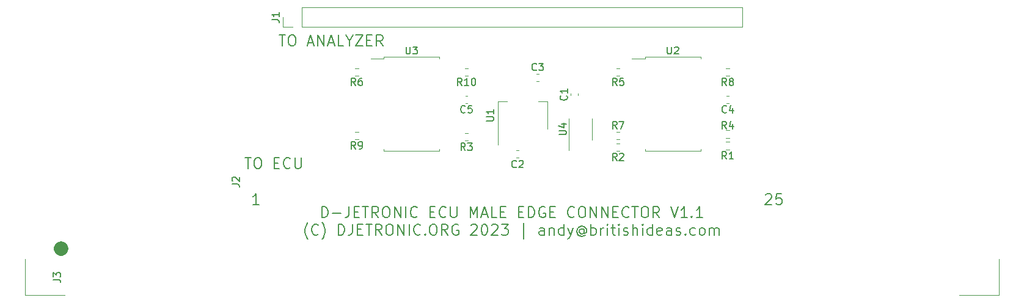
<source format=gbr>
%TF.GenerationSoftware,KiCad,Pcbnew,(6.0.7)*%
%TF.CreationDate,2023-11-11T13:33:03-06:00*%
%TF.ProjectId,Male ECU Connector,4d616c65-2045-4435-9520-436f6e6e6563,rev?*%
%TF.SameCoordinates,Original*%
%TF.FileFunction,Legend,Top*%
%TF.FilePolarity,Positive*%
%FSLAX46Y46*%
G04 Gerber Fmt 4.6, Leading zero omitted, Abs format (unit mm)*
G04 Created by KiCad (PCBNEW (6.0.7)) date 2023-11-11 13:33:03*
%MOMM*%
%LPD*%
G01*
G04 APERTURE LIST*
%ADD10C,0.200000*%
%ADD11C,0.150000*%
%ADD12C,0.120000*%
%ADD13C,2.000000*%
G04 APERTURE END LIST*
D10*
X112500000Y-90678571D02*
X113357142Y-90678571D01*
X112928571Y-92178571D02*
X112928571Y-90678571D01*
X114142857Y-90678571D02*
X114428571Y-90678571D01*
X114571428Y-90750000D01*
X114714285Y-90892857D01*
X114785714Y-91178571D01*
X114785714Y-91678571D01*
X114714285Y-91964285D01*
X114571428Y-92107142D01*
X114428571Y-92178571D01*
X114142857Y-92178571D01*
X114000000Y-92107142D01*
X113857142Y-91964285D01*
X113785714Y-91678571D01*
X113785714Y-91178571D01*
X113857142Y-90892857D01*
X114000000Y-90750000D01*
X114142857Y-90678571D01*
X116571428Y-91392857D02*
X117071428Y-91392857D01*
X117285714Y-92178571D02*
X116571428Y-92178571D01*
X116571428Y-90678571D01*
X117285714Y-90678571D01*
X118785714Y-92035714D02*
X118714285Y-92107142D01*
X118500000Y-92178571D01*
X118357142Y-92178571D01*
X118142857Y-92107142D01*
X118000000Y-91964285D01*
X117928571Y-91821428D01*
X117857142Y-91535714D01*
X117857142Y-91321428D01*
X117928571Y-91035714D01*
X118000000Y-90892857D01*
X118142857Y-90750000D01*
X118357142Y-90678571D01*
X118500000Y-90678571D01*
X118714285Y-90750000D01*
X118785714Y-90821428D01*
X119428571Y-90678571D02*
X119428571Y-91892857D01*
X119500000Y-92035714D01*
X119571428Y-92107142D01*
X119714285Y-92178571D01*
X120000000Y-92178571D01*
X120142857Y-92107142D01*
X120214285Y-92035714D01*
X120285714Y-91892857D01*
X120285714Y-90678571D01*
X123142857Y-98971071D02*
X123142857Y-97471071D01*
X123500000Y-97471071D01*
X123714285Y-97542500D01*
X123857142Y-97685357D01*
X123928571Y-97828214D01*
X124000000Y-98113928D01*
X124000000Y-98328214D01*
X123928571Y-98613928D01*
X123857142Y-98756785D01*
X123714285Y-98899642D01*
X123500000Y-98971071D01*
X123142857Y-98971071D01*
X124642857Y-98399642D02*
X125785714Y-98399642D01*
X126928571Y-97471071D02*
X126928571Y-98542500D01*
X126857142Y-98756785D01*
X126714285Y-98899642D01*
X126500000Y-98971071D01*
X126357142Y-98971071D01*
X127642857Y-98185357D02*
X128142857Y-98185357D01*
X128357142Y-98971071D02*
X127642857Y-98971071D01*
X127642857Y-97471071D01*
X128357142Y-97471071D01*
X128785714Y-97471071D02*
X129642857Y-97471071D01*
X129214285Y-98971071D02*
X129214285Y-97471071D01*
X131000000Y-98971071D02*
X130500000Y-98256785D01*
X130142857Y-98971071D02*
X130142857Y-97471071D01*
X130714285Y-97471071D01*
X130857142Y-97542500D01*
X130928571Y-97613928D01*
X131000000Y-97756785D01*
X131000000Y-97971071D01*
X130928571Y-98113928D01*
X130857142Y-98185357D01*
X130714285Y-98256785D01*
X130142857Y-98256785D01*
X131928571Y-97471071D02*
X132214285Y-97471071D01*
X132357142Y-97542500D01*
X132500000Y-97685357D01*
X132571428Y-97971071D01*
X132571428Y-98471071D01*
X132500000Y-98756785D01*
X132357142Y-98899642D01*
X132214285Y-98971071D01*
X131928571Y-98971071D01*
X131785714Y-98899642D01*
X131642857Y-98756785D01*
X131571428Y-98471071D01*
X131571428Y-97971071D01*
X131642857Y-97685357D01*
X131785714Y-97542500D01*
X131928571Y-97471071D01*
X133214285Y-98971071D02*
X133214285Y-97471071D01*
X134071428Y-98971071D01*
X134071428Y-97471071D01*
X134785714Y-98971071D02*
X134785714Y-97471071D01*
X136357142Y-98828214D02*
X136285714Y-98899642D01*
X136071428Y-98971071D01*
X135928571Y-98971071D01*
X135714285Y-98899642D01*
X135571428Y-98756785D01*
X135500000Y-98613928D01*
X135428571Y-98328214D01*
X135428571Y-98113928D01*
X135500000Y-97828214D01*
X135571428Y-97685357D01*
X135714285Y-97542500D01*
X135928571Y-97471071D01*
X136071428Y-97471071D01*
X136285714Y-97542500D01*
X136357142Y-97613928D01*
X138142857Y-98185357D02*
X138642857Y-98185357D01*
X138857142Y-98971071D02*
X138142857Y-98971071D01*
X138142857Y-97471071D01*
X138857142Y-97471071D01*
X140357142Y-98828214D02*
X140285714Y-98899642D01*
X140071428Y-98971071D01*
X139928571Y-98971071D01*
X139714285Y-98899642D01*
X139571428Y-98756785D01*
X139500000Y-98613928D01*
X139428571Y-98328214D01*
X139428571Y-98113928D01*
X139500000Y-97828214D01*
X139571428Y-97685357D01*
X139714285Y-97542500D01*
X139928571Y-97471071D01*
X140071428Y-97471071D01*
X140285714Y-97542500D01*
X140357142Y-97613928D01*
X141000000Y-97471071D02*
X141000000Y-98685357D01*
X141071428Y-98828214D01*
X141142857Y-98899642D01*
X141285714Y-98971071D01*
X141571428Y-98971071D01*
X141714285Y-98899642D01*
X141785714Y-98828214D01*
X141857142Y-98685357D01*
X141857142Y-97471071D01*
X143714285Y-98971071D02*
X143714285Y-97471071D01*
X144214285Y-98542500D01*
X144714285Y-97471071D01*
X144714285Y-98971071D01*
X145357142Y-98542500D02*
X146071428Y-98542500D01*
X145214285Y-98971071D02*
X145714285Y-97471071D01*
X146214285Y-98971071D01*
X147428571Y-98971071D02*
X146714285Y-98971071D01*
X146714285Y-97471071D01*
X147928571Y-98185357D02*
X148428571Y-98185357D01*
X148642857Y-98971071D02*
X147928571Y-98971071D01*
X147928571Y-97471071D01*
X148642857Y-97471071D01*
X150428571Y-98185357D02*
X150928571Y-98185357D01*
X151142857Y-98971071D02*
X150428571Y-98971071D01*
X150428571Y-97471071D01*
X151142857Y-97471071D01*
X151785714Y-98971071D02*
X151785714Y-97471071D01*
X152142857Y-97471071D01*
X152357142Y-97542500D01*
X152500000Y-97685357D01*
X152571428Y-97828214D01*
X152642857Y-98113928D01*
X152642857Y-98328214D01*
X152571428Y-98613928D01*
X152500000Y-98756785D01*
X152357142Y-98899642D01*
X152142857Y-98971071D01*
X151785714Y-98971071D01*
X154071428Y-97542500D02*
X153928571Y-97471071D01*
X153714285Y-97471071D01*
X153500000Y-97542500D01*
X153357142Y-97685357D01*
X153285714Y-97828214D01*
X153214285Y-98113928D01*
X153214285Y-98328214D01*
X153285714Y-98613928D01*
X153357142Y-98756785D01*
X153500000Y-98899642D01*
X153714285Y-98971071D01*
X153857142Y-98971071D01*
X154071428Y-98899642D01*
X154142857Y-98828214D01*
X154142857Y-98328214D01*
X153857142Y-98328214D01*
X154785714Y-98185357D02*
X155285714Y-98185357D01*
X155500000Y-98971071D02*
X154785714Y-98971071D01*
X154785714Y-97471071D01*
X155500000Y-97471071D01*
X158142857Y-98828214D02*
X158071428Y-98899642D01*
X157857142Y-98971071D01*
X157714285Y-98971071D01*
X157500000Y-98899642D01*
X157357142Y-98756785D01*
X157285714Y-98613928D01*
X157214285Y-98328214D01*
X157214285Y-98113928D01*
X157285714Y-97828214D01*
X157357142Y-97685357D01*
X157500000Y-97542500D01*
X157714285Y-97471071D01*
X157857142Y-97471071D01*
X158071428Y-97542500D01*
X158142857Y-97613928D01*
X159071428Y-97471071D02*
X159357142Y-97471071D01*
X159500000Y-97542500D01*
X159642857Y-97685357D01*
X159714285Y-97971071D01*
X159714285Y-98471071D01*
X159642857Y-98756785D01*
X159500000Y-98899642D01*
X159357142Y-98971071D01*
X159071428Y-98971071D01*
X158928571Y-98899642D01*
X158785714Y-98756785D01*
X158714285Y-98471071D01*
X158714285Y-97971071D01*
X158785714Y-97685357D01*
X158928571Y-97542500D01*
X159071428Y-97471071D01*
X160357142Y-98971071D02*
X160357142Y-97471071D01*
X161214285Y-98971071D01*
X161214285Y-97471071D01*
X161928571Y-98971071D02*
X161928571Y-97471071D01*
X162785714Y-98971071D01*
X162785714Y-97471071D01*
X163500000Y-98185357D02*
X164000000Y-98185357D01*
X164214285Y-98971071D02*
X163500000Y-98971071D01*
X163500000Y-97471071D01*
X164214285Y-97471071D01*
X165714285Y-98828214D02*
X165642857Y-98899642D01*
X165428571Y-98971071D01*
X165285714Y-98971071D01*
X165071428Y-98899642D01*
X164928571Y-98756785D01*
X164857142Y-98613928D01*
X164785714Y-98328214D01*
X164785714Y-98113928D01*
X164857142Y-97828214D01*
X164928571Y-97685357D01*
X165071428Y-97542500D01*
X165285714Y-97471071D01*
X165428571Y-97471071D01*
X165642857Y-97542500D01*
X165714285Y-97613928D01*
X166142857Y-97471071D02*
X167000000Y-97471071D01*
X166571428Y-98971071D02*
X166571428Y-97471071D01*
X167785714Y-97471071D02*
X168071428Y-97471071D01*
X168214285Y-97542500D01*
X168357142Y-97685357D01*
X168428571Y-97971071D01*
X168428571Y-98471071D01*
X168357142Y-98756785D01*
X168214285Y-98899642D01*
X168071428Y-98971071D01*
X167785714Y-98971071D01*
X167642857Y-98899642D01*
X167500000Y-98756785D01*
X167428571Y-98471071D01*
X167428571Y-97971071D01*
X167500000Y-97685357D01*
X167642857Y-97542500D01*
X167785714Y-97471071D01*
X169928571Y-98971071D02*
X169428571Y-98256785D01*
X169071428Y-98971071D02*
X169071428Y-97471071D01*
X169642857Y-97471071D01*
X169785714Y-97542500D01*
X169857142Y-97613928D01*
X169928571Y-97756785D01*
X169928571Y-97971071D01*
X169857142Y-98113928D01*
X169785714Y-98185357D01*
X169642857Y-98256785D01*
X169071428Y-98256785D01*
X171500000Y-97471071D02*
X172000000Y-98971071D01*
X172500000Y-97471071D01*
X173785714Y-98971071D02*
X172928571Y-98971071D01*
X173357142Y-98971071D02*
X173357142Y-97471071D01*
X173214285Y-97685357D01*
X173071428Y-97828214D01*
X172928571Y-97899642D01*
X174428571Y-98828214D02*
X174500000Y-98899642D01*
X174428571Y-98971071D01*
X174357142Y-98899642D01*
X174428571Y-98828214D01*
X174428571Y-98971071D01*
X175928571Y-98971071D02*
X175071428Y-98971071D01*
X175500000Y-98971071D02*
X175500000Y-97471071D01*
X175357142Y-97685357D01*
X175214285Y-97828214D01*
X175071428Y-97899642D01*
X121250000Y-101957500D02*
X121178571Y-101886071D01*
X121035714Y-101671785D01*
X120964285Y-101528928D01*
X120892857Y-101314642D01*
X120821428Y-100957500D01*
X120821428Y-100671785D01*
X120892857Y-100314642D01*
X120964285Y-100100357D01*
X121035714Y-99957500D01*
X121178571Y-99743214D01*
X121250000Y-99671785D01*
X122678571Y-101243214D02*
X122607142Y-101314642D01*
X122392857Y-101386071D01*
X122250000Y-101386071D01*
X122035714Y-101314642D01*
X121892857Y-101171785D01*
X121821428Y-101028928D01*
X121750000Y-100743214D01*
X121750000Y-100528928D01*
X121821428Y-100243214D01*
X121892857Y-100100357D01*
X122035714Y-99957500D01*
X122250000Y-99886071D01*
X122392857Y-99886071D01*
X122607142Y-99957500D01*
X122678571Y-100028928D01*
X123178571Y-101957500D02*
X123250000Y-101886071D01*
X123392857Y-101671785D01*
X123464285Y-101528928D01*
X123535714Y-101314642D01*
X123607142Y-100957500D01*
X123607142Y-100671785D01*
X123535714Y-100314642D01*
X123464285Y-100100357D01*
X123392857Y-99957500D01*
X123250000Y-99743214D01*
X123178571Y-99671785D01*
X125464285Y-101386071D02*
X125464285Y-99886071D01*
X125821428Y-99886071D01*
X126035714Y-99957500D01*
X126178571Y-100100357D01*
X126250000Y-100243214D01*
X126321428Y-100528928D01*
X126321428Y-100743214D01*
X126250000Y-101028928D01*
X126178571Y-101171785D01*
X126035714Y-101314642D01*
X125821428Y-101386071D01*
X125464285Y-101386071D01*
X127392857Y-99886071D02*
X127392857Y-100957500D01*
X127321428Y-101171785D01*
X127178571Y-101314642D01*
X126964285Y-101386071D01*
X126821428Y-101386071D01*
X128107142Y-100600357D02*
X128607142Y-100600357D01*
X128821428Y-101386071D02*
X128107142Y-101386071D01*
X128107142Y-99886071D01*
X128821428Y-99886071D01*
X129250000Y-99886071D02*
X130107142Y-99886071D01*
X129678571Y-101386071D02*
X129678571Y-99886071D01*
X131464285Y-101386071D02*
X130964285Y-100671785D01*
X130607142Y-101386071D02*
X130607142Y-99886071D01*
X131178571Y-99886071D01*
X131321428Y-99957500D01*
X131392857Y-100028928D01*
X131464285Y-100171785D01*
X131464285Y-100386071D01*
X131392857Y-100528928D01*
X131321428Y-100600357D01*
X131178571Y-100671785D01*
X130607142Y-100671785D01*
X132392857Y-99886071D02*
X132678571Y-99886071D01*
X132821428Y-99957500D01*
X132964285Y-100100357D01*
X133035714Y-100386071D01*
X133035714Y-100886071D01*
X132964285Y-101171785D01*
X132821428Y-101314642D01*
X132678571Y-101386071D01*
X132392857Y-101386071D01*
X132250000Y-101314642D01*
X132107142Y-101171785D01*
X132035714Y-100886071D01*
X132035714Y-100386071D01*
X132107142Y-100100357D01*
X132250000Y-99957500D01*
X132392857Y-99886071D01*
X133678571Y-101386071D02*
X133678571Y-99886071D01*
X134535714Y-101386071D01*
X134535714Y-99886071D01*
X135250000Y-101386071D02*
X135250000Y-99886071D01*
X136821428Y-101243214D02*
X136750000Y-101314642D01*
X136535714Y-101386071D01*
X136392857Y-101386071D01*
X136178571Y-101314642D01*
X136035714Y-101171785D01*
X135964285Y-101028928D01*
X135892857Y-100743214D01*
X135892857Y-100528928D01*
X135964285Y-100243214D01*
X136035714Y-100100357D01*
X136178571Y-99957500D01*
X136392857Y-99886071D01*
X136535714Y-99886071D01*
X136750000Y-99957500D01*
X136821428Y-100028928D01*
X137464285Y-101243214D02*
X137535714Y-101314642D01*
X137464285Y-101386071D01*
X137392857Y-101314642D01*
X137464285Y-101243214D01*
X137464285Y-101386071D01*
X138464285Y-99886071D02*
X138750000Y-99886071D01*
X138892857Y-99957500D01*
X139035714Y-100100357D01*
X139107142Y-100386071D01*
X139107142Y-100886071D01*
X139035714Y-101171785D01*
X138892857Y-101314642D01*
X138750000Y-101386071D01*
X138464285Y-101386071D01*
X138321428Y-101314642D01*
X138178571Y-101171785D01*
X138107142Y-100886071D01*
X138107142Y-100386071D01*
X138178571Y-100100357D01*
X138321428Y-99957500D01*
X138464285Y-99886071D01*
X140607142Y-101386071D02*
X140107142Y-100671785D01*
X139750000Y-101386071D02*
X139750000Y-99886071D01*
X140321428Y-99886071D01*
X140464285Y-99957500D01*
X140535714Y-100028928D01*
X140607142Y-100171785D01*
X140607142Y-100386071D01*
X140535714Y-100528928D01*
X140464285Y-100600357D01*
X140321428Y-100671785D01*
X139750000Y-100671785D01*
X142035714Y-99957500D02*
X141892857Y-99886071D01*
X141678571Y-99886071D01*
X141464285Y-99957500D01*
X141321428Y-100100357D01*
X141250000Y-100243214D01*
X141178571Y-100528928D01*
X141178571Y-100743214D01*
X141250000Y-101028928D01*
X141321428Y-101171785D01*
X141464285Y-101314642D01*
X141678571Y-101386071D01*
X141821428Y-101386071D01*
X142035714Y-101314642D01*
X142107142Y-101243214D01*
X142107142Y-100743214D01*
X141821428Y-100743214D01*
X143821428Y-100028928D02*
X143892857Y-99957500D01*
X144035714Y-99886071D01*
X144392857Y-99886071D01*
X144535714Y-99957500D01*
X144607142Y-100028928D01*
X144678571Y-100171785D01*
X144678571Y-100314642D01*
X144607142Y-100528928D01*
X143750000Y-101386071D01*
X144678571Y-101386071D01*
X145607142Y-99886071D02*
X145750000Y-99886071D01*
X145892857Y-99957500D01*
X145964285Y-100028928D01*
X146035714Y-100171785D01*
X146107142Y-100457500D01*
X146107142Y-100814642D01*
X146035714Y-101100357D01*
X145964285Y-101243214D01*
X145892857Y-101314642D01*
X145750000Y-101386071D01*
X145607142Y-101386071D01*
X145464285Y-101314642D01*
X145392857Y-101243214D01*
X145321428Y-101100357D01*
X145250000Y-100814642D01*
X145250000Y-100457500D01*
X145321428Y-100171785D01*
X145392857Y-100028928D01*
X145464285Y-99957500D01*
X145607142Y-99886071D01*
X146678571Y-100028928D02*
X146750000Y-99957500D01*
X146892857Y-99886071D01*
X147250000Y-99886071D01*
X147392857Y-99957500D01*
X147464285Y-100028928D01*
X147535714Y-100171785D01*
X147535714Y-100314642D01*
X147464285Y-100528928D01*
X146607142Y-101386071D01*
X147535714Y-101386071D01*
X148035714Y-99886071D02*
X148964285Y-99886071D01*
X148464285Y-100457500D01*
X148678571Y-100457500D01*
X148821428Y-100528928D01*
X148892857Y-100600357D01*
X148964285Y-100743214D01*
X148964285Y-101100357D01*
X148892857Y-101243214D01*
X148821428Y-101314642D01*
X148678571Y-101386071D01*
X148250000Y-101386071D01*
X148107142Y-101314642D01*
X148035714Y-101243214D01*
X151107142Y-101886071D02*
X151107142Y-99743214D01*
X153964285Y-101386071D02*
X153964285Y-100600357D01*
X153892857Y-100457500D01*
X153750000Y-100386071D01*
X153464285Y-100386071D01*
X153321428Y-100457500D01*
X153964285Y-101314642D02*
X153821428Y-101386071D01*
X153464285Y-101386071D01*
X153321428Y-101314642D01*
X153250000Y-101171785D01*
X153250000Y-101028928D01*
X153321428Y-100886071D01*
X153464285Y-100814642D01*
X153821428Y-100814642D01*
X153964285Y-100743214D01*
X154678571Y-100386071D02*
X154678571Y-101386071D01*
X154678571Y-100528928D02*
X154750000Y-100457500D01*
X154892857Y-100386071D01*
X155107142Y-100386071D01*
X155250000Y-100457500D01*
X155321428Y-100600357D01*
X155321428Y-101386071D01*
X156678571Y-101386071D02*
X156678571Y-99886071D01*
X156678571Y-101314642D02*
X156535714Y-101386071D01*
X156250000Y-101386071D01*
X156107142Y-101314642D01*
X156035714Y-101243214D01*
X155964285Y-101100357D01*
X155964285Y-100671785D01*
X156035714Y-100528928D01*
X156107142Y-100457500D01*
X156250000Y-100386071D01*
X156535714Y-100386071D01*
X156678571Y-100457500D01*
X157250000Y-100386071D02*
X157607142Y-101386071D01*
X157964285Y-100386071D02*
X157607142Y-101386071D01*
X157464285Y-101743214D01*
X157392857Y-101814642D01*
X157250000Y-101886071D01*
X159464285Y-100671785D02*
X159392857Y-100600357D01*
X159250000Y-100528928D01*
X159107142Y-100528928D01*
X158964285Y-100600357D01*
X158892857Y-100671785D01*
X158821428Y-100814642D01*
X158821428Y-100957500D01*
X158892857Y-101100357D01*
X158964285Y-101171785D01*
X159107142Y-101243214D01*
X159250000Y-101243214D01*
X159392857Y-101171785D01*
X159464285Y-101100357D01*
X159464285Y-100528928D02*
X159464285Y-101100357D01*
X159535714Y-101171785D01*
X159607142Y-101171785D01*
X159750000Y-101100357D01*
X159821428Y-100957500D01*
X159821428Y-100600357D01*
X159678571Y-100386071D01*
X159464285Y-100243214D01*
X159178571Y-100171785D01*
X158892857Y-100243214D01*
X158678571Y-100386071D01*
X158535714Y-100600357D01*
X158464285Y-100886071D01*
X158535714Y-101171785D01*
X158678571Y-101386071D01*
X158892857Y-101528928D01*
X159178571Y-101600357D01*
X159464285Y-101528928D01*
X159678571Y-101386071D01*
X160464285Y-101386071D02*
X160464285Y-99886071D01*
X160464285Y-100457500D02*
X160607142Y-100386071D01*
X160892857Y-100386071D01*
X161035714Y-100457500D01*
X161107142Y-100528928D01*
X161178571Y-100671785D01*
X161178571Y-101100357D01*
X161107142Y-101243214D01*
X161035714Y-101314642D01*
X160892857Y-101386071D01*
X160607142Y-101386071D01*
X160464285Y-101314642D01*
X161821428Y-101386071D02*
X161821428Y-100386071D01*
X161821428Y-100671785D02*
X161892857Y-100528928D01*
X161964285Y-100457500D01*
X162107142Y-100386071D01*
X162250000Y-100386071D01*
X162750000Y-101386071D02*
X162750000Y-100386071D01*
X162750000Y-99886071D02*
X162678571Y-99957500D01*
X162750000Y-100028928D01*
X162821428Y-99957500D01*
X162750000Y-99886071D01*
X162750000Y-100028928D01*
X163250000Y-100386071D02*
X163821428Y-100386071D01*
X163464285Y-99886071D02*
X163464285Y-101171785D01*
X163535714Y-101314642D01*
X163678571Y-101386071D01*
X163821428Y-101386071D01*
X164321428Y-101386071D02*
X164321428Y-100386071D01*
X164321428Y-99886071D02*
X164250000Y-99957500D01*
X164321428Y-100028928D01*
X164392857Y-99957500D01*
X164321428Y-99886071D01*
X164321428Y-100028928D01*
X164964285Y-101314642D02*
X165107142Y-101386071D01*
X165392857Y-101386071D01*
X165535714Y-101314642D01*
X165607142Y-101171785D01*
X165607142Y-101100357D01*
X165535714Y-100957500D01*
X165392857Y-100886071D01*
X165178571Y-100886071D01*
X165035714Y-100814642D01*
X164964285Y-100671785D01*
X164964285Y-100600357D01*
X165035714Y-100457500D01*
X165178571Y-100386071D01*
X165392857Y-100386071D01*
X165535714Y-100457500D01*
X166250000Y-101386071D02*
X166250000Y-99886071D01*
X166892857Y-101386071D02*
X166892857Y-100600357D01*
X166821428Y-100457500D01*
X166678571Y-100386071D01*
X166464285Y-100386071D01*
X166321428Y-100457500D01*
X166250000Y-100528928D01*
X167607142Y-101386071D02*
X167607142Y-100386071D01*
X167607142Y-99886071D02*
X167535714Y-99957500D01*
X167607142Y-100028928D01*
X167678571Y-99957500D01*
X167607142Y-99886071D01*
X167607142Y-100028928D01*
X168964285Y-101386071D02*
X168964285Y-99886071D01*
X168964285Y-101314642D02*
X168821428Y-101386071D01*
X168535714Y-101386071D01*
X168392857Y-101314642D01*
X168321428Y-101243214D01*
X168250000Y-101100357D01*
X168250000Y-100671785D01*
X168321428Y-100528928D01*
X168392857Y-100457500D01*
X168535714Y-100386071D01*
X168821428Y-100386071D01*
X168964285Y-100457500D01*
X170250000Y-101314642D02*
X170107142Y-101386071D01*
X169821428Y-101386071D01*
X169678571Y-101314642D01*
X169607142Y-101171785D01*
X169607142Y-100600357D01*
X169678571Y-100457500D01*
X169821428Y-100386071D01*
X170107142Y-100386071D01*
X170250000Y-100457500D01*
X170321428Y-100600357D01*
X170321428Y-100743214D01*
X169607142Y-100886071D01*
X171607142Y-101386071D02*
X171607142Y-100600357D01*
X171535714Y-100457500D01*
X171392857Y-100386071D01*
X171107142Y-100386071D01*
X170964285Y-100457500D01*
X171607142Y-101314642D02*
X171464285Y-101386071D01*
X171107142Y-101386071D01*
X170964285Y-101314642D01*
X170892857Y-101171785D01*
X170892857Y-101028928D01*
X170964285Y-100886071D01*
X171107142Y-100814642D01*
X171464285Y-100814642D01*
X171607142Y-100743214D01*
X172250000Y-101314642D02*
X172392857Y-101386071D01*
X172678571Y-101386071D01*
X172821428Y-101314642D01*
X172892857Y-101171785D01*
X172892857Y-101100357D01*
X172821428Y-100957500D01*
X172678571Y-100886071D01*
X172464285Y-100886071D01*
X172321428Y-100814642D01*
X172250000Y-100671785D01*
X172250000Y-100600357D01*
X172321428Y-100457500D01*
X172464285Y-100386071D01*
X172678571Y-100386071D01*
X172821428Y-100457500D01*
X173535714Y-101243214D02*
X173607142Y-101314642D01*
X173535714Y-101386071D01*
X173464285Y-101314642D01*
X173535714Y-101243214D01*
X173535714Y-101386071D01*
X174892857Y-101314642D02*
X174750000Y-101386071D01*
X174464285Y-101386071D01*
X174321428Y-101314642D01*
X174250000Y-101243214D01*
X174178571Y-101100357D01*
X174178571Y-100671785D01*
X174250000Y-100528928D01*
X174321428Y-100457500D01*
X174464285Y-100386071D01*
X174750000Y-100386071D01*
X174892857Y-100457500D01*
X175750000Y-101386071D02*
X175607142Y-101314642D01*
X175535714Y-101243214D01*
X175464285Y-101100357D01*
X175464285Y-100671785D01*
X175535714Y-100528928D01*
X175607142Y-100457500D01*
X175750000Y-100386071D01*
X175964285Y-100386071D01*
X176107142Y-100457500D01*
X176178571Y-100528928D01*
X176250000Y-100671785D01*
X176250000Y-101100357D01*
X176178571Y-101243214D01*
X176107142Y-101314642D01*
X175964285Y-101386071D01*
X175750000Y-101386071D01*
X176892857Y-101386071D02*
X176892857Y-100386071D01*
X176892857Y-100528928D02*
X176964285Y-100457500D01*
X177107142Y-100386071D01*
X177321428Y-100386071D01*
X177464285Y-100457500D01*
X177535714Y-100600357D01*
X177535714Y-101386071D01*
X177535714Y-100600357D02*
X177607142Y-100457500D01*
X177750000Y-100386071D01*
X177964285Y-100386071D01*
X178107142Y-100457500D01*
X178178571Y-100600357D01*
X178178571Y-101386071D01*
X117250000Y-73678571D02*
X118107142Y-73678571D01*
X117678571Y-75178571D02*
X117678571Y-73678571D01*
X118892857Y-73678571D02*
X119178571Y-73678571D01*
X119321428Y-73750000D01*
X119464285Y-73892857D01*
X119535714Y-74178571D01*
X119535714Y-74678571D01*
X119464285Y-74964285D01*
X119321428Y-75107142D01*
X119178571Y-75178571D01*
X118892857Y-75178571D01*
X118750000Y-75107142D01*
X118607142Y-74964285D01*
X118535714Y-74678571D01*
X118535714Y-74178571D01*
X118607142Y-73892857D01*
X118750000Y-73750000D01*
X118892857Y-73678571D01*
X121250000Y-74750000D02*
X121964285Y-74750000D01*
X121107142Y-75178571D02*
X121607142Y-73678571D01*
X122107142Y-75178571D01*
X122607142Y-75178571D02*
X122607142Y-73678571D01*
X123464285Y-75178571D01*
X123464285Y-73678571D01*
X124107142Y-74750000D02*
X124821428Y-74750000D01*
X123964285Y-75178571D02*
X124464285Y-73678571D01*
X124964285Y-75178571D01*
X126178571Y-75178571D02*
X125464285Y-75178571D01*
X125464285Y-73678571D01*
X126964285Y-74464285D02*
X126964285Y-75178571D01*
X126464285Y-73678571D02*
X126964285Y-74464285D01*
X127464285Y-73678571D01*
X127821428Y-73678571D02*
X128821428Y-73678571D01*
X127821428Y-75178571D01*
X128821428Y-75178571D01*
X129392857Y-74392857D02*
X129892857Y-74392857D01*
X130107142Y-75178571D02*
X129392857Y-75178571D01*
X129392857Y-73678571D01*
X130107142Y-73678571D01*
X131607142Y-75178571D02*
X131107142Y-74464285D01*
X130750000Y-75178571D02*
X130750000Y-73678571D01*
X131321428Y-73678571D01*
X131464285Y-73750000D01*
X131535714Y-73821428D01*
X131607142Y-73964285D01*
X131607142Y-74178571D01*
X131535714Y-74321428D01*
X131464285Y-74392857D01*
X131321428Y-74464285D01*
X130750000Y-74464285D01*
X184657142Y-95821428D02*
X184728571Y-95750000D01*
X184871428Y-95678571D01*
X185228571Y-95678571D01*
X185371428Y-95750000D01*
X185442857Y-95821428D01*
X185514285Y-95964285D01*
X185514285Y-96107142D01*
X185442857Y-96321428D01*
X184585714Y-97178571D01*
X185514285Y-97178571D01*
X186871428Y-95678571D02*
X186157142Y-95678571D01*
X186085714Y-96392857D01*
X186157142Y-96321428D01*
X186300000Y-96250000D01*
X186657142Y-96250000D01*
X186800000Y-96321428D01*
X186871428Y-96392857D01*
X186942857Y-96535714D01*
X186942857Y-96892857D01*
X186871428Y-97035714D01*
X186800000Y-97107142D01*
X186657142Y-97178571D01*
X186300000Y-97178571D01*
X186157142Y-97107142D01*
X186085714Y-97035714D01*
X114428571Y-97178571D02*
X113571428Y-97178571D01*
X114000000Y-97178571D02*
X114000000Y-95678571D01*
X113857142Y-95892857D01*
X113714285Y-96035714D01*
X113571428Y-96107142D01*
D11*
%TO.C,J3*%
X85952380Y-107583333D02*
X86666666Y-107583333D01*
X86809523Y-107630952D01*
X86904761Y-107726190D01*
X86952380Y-107869047D01*
X86952380Y-107964285D01*
X85952380Y-107202380D02*
X85952380Y-106583333D01*
X86333333Y-106916666D01*
X86333333Y-106773809D01*
X86380952Y-106678571D01*
X86428571Y-106630952D01*
X86523809Y-106583333D01*
X86761904Y-106583333D01*
X86857142Y-106630952D01*
X86904761Y-106678571D01*
X86952380Y-106773809D01*
X86952380Y-107059523D01*
X86904761Y-107154761D01*
X86857142Y-107202380D01*
%TO.C,J1*%
X116247380Y-71533333D02*
X116961666Y-71533333D01*
X117104523Y-71580952D01*
X117199761Y-71676190D01*
X117247380Y-71819047D01*
X117247380Y-71914285D01*
X117247380Y-70533333D02*
X117247380Y-71104761D01*
X117247380Y-70819047D02*
X116247380Y-70819047D01*
X116390238Y-70914285D01*
X116485476Y-71009523D01*
X116533095Y-71104761D01*
%TO.C,J2*%
X110712380Y-94333333D02*
X111426666Y-94333333D01*
X111569523Y-94380952D01*
X111664761Y-94476190D01*
X111712380Y-94619047D01*
X111712380Y-94714285D01*
X110807619Y-93904761D02*
X110760000Y-93857142D01*
X110712380Y-93761904D01*
X110712380Y-93523809D01*
X110760000Y-93428571D01*
X110807619Y-93380952D01*
X110902857Y-93333333D01*
X110998095Y-93333333D01*
X111140952Y-93380952D01*
X111712380Y-93952380D01*
X111712380Y-93333333D01*
%TO.C,C5*%
X143033333Y-84357142D02*
X142985714Y-84404761D01*
X142842857Y-84452380D01*
X142747619Y-84452380D01*
X142604761Y-84404761D01*
X142509523Y-84309523D01*
X142461904Y-84214285D01*
X142414285Y-84023809D01*
X142414285Y-83880952D01*
X142461904Y-83690476D01*
X142509523Y-83595238D01*
X142604761Y-83500000D01*
X142747619Y-83452380D01*
X142842857Y-83452380D01*
X142985714Y-83500000D01*
X143033333Y-83547619D01*
X143938095Y-83452380D02*
X143461904Y-83452380D01*
X143414285Y-83928571D01*
X143461904Y-83880952D01*
X143557142Y-83833333D01*
X143795238Y-83833333D01*
X143890476Y-83880952D01*
X143938095Y-83928571D01*
X143985714Y-84023809D01*
X143985714Y-84261904D01*
X143938095Y-84357142D01*
X143890476Y-84404761D01*
X143795238Y-84452380D01*
X143557142Y-84452380D01*
X143461904Y-84404761D01*
X143414285Y-84357142D01*
%TO.C,R9*%
X127833333Y-89452380D02*
X127500000Y-88976190D01*
X127261904Y-89452380D02*
X127261904Y-88452380D01*
X127642857Y-88452380D01*
X127738095Y-88500000D01*
X127785714Y-88547619D01*
X127833333Y-88642857D01*
X127833333Y-88785714D01*
X127785714Y-88880952D01*
X127738095Y-88928571D01*
X127642857Y-88976190D01*
X127261904Y-88976190D01*
X128309523Y-89452380D02*
X128500000Y-89452380D01*
X128595238Y-89404761D01*
X128642857Y-89357142D01*
X128738095Y-89214285D01*
X128785714Y-89023809D01*
X128785714Y-88642857D01*
X128738095Y-88547619D01*
X128690476Y-88500000D01*
X128595238Y-88452380D01*
X128404761Y-88452380D01*
X128309523Y-88500000D01*
X128261904Y-88547619D01*
X128214285Y-88642857D01*
X128214285Y-88880952D01*
X128261904Y-88976190D01*
X128309523Y-89023809D01*
X128404761Y-89071428D01*
X128595238Y-89071428D01*
X128690476Y-89023809D01*
X128738095Y-88976190D01*
X128785714Y-88880952D01*
%TO.C,R10*%
X142557142Y-80652380D02*
X142223809Y-80176190D01*
X141985714Y-80652380D02*
X141985714Y-79652380D01*
X142366666Y-79652380D01*
X142461904Y-79700000D01*
X142509523Y-79747619D01*
X142557142Y-79842857D01*
X142557142Y-79985714D01*
X142509523Y-80080952D01*
X142461904Y-80128571D01*
X142366666Y-80176190D01*
X141985714Y-80176190D01*
X143509523Y-80652380D02*
X142938095Y-80652380D01*
X143223809Y-80652380D02*
X143223809Y-79652380D01*
X143128571Y-79795238D01*
X143033333Y-79890476D01*
X142938095Y-79938095D01*
X144128571Y-79652380D02*
X144223809Y-79652380D01*
X144319047Y-79700000D01*
X144366666Y-79747619D01*
X144414285Y-79842857D01*
X144461904Y-80033333D01*
X144461904Y-80271428D01*
X144414285Y-80461904D01*
X144366666Y-80557142D01*
X144319047Y-80604761D01*
X144223809Y-80652380D01*
X144128571Y-80652380D01*
X144033333Y-80604761D01*
X143985714Y-80557142D01*
X143938095Y-80461904D01*
X143890476Y-80271428D01*
X143890476Y-80033333D01*
X143938095Y-79842857D01*
X143985714Y-79747619D01*
X144033333Y-79700000D01*
X144128571Y-79652380D01*
%TO.C,C2*%
X150113333Y-91957142D02*
X150065714Y-92004761D01*
X149922857Y-92052380D01*
X149827619Y-92052380D01*
X149684761Y-92004761D01*
X149589523Y-91909523D01*
X149541904Y-91814285D01*
X149494285Y-91623809D01*
X149494285Y-91480952D01*
X149541904Y-91290476D01*
X149589523Y-91195238D01*
X149684761Y-91100000D01*
X149827619Y-91052380D01*
X149922857Y-91052380D01*
X150065714Y-91100000D01*
X150113333Y-91147619D01*
X150494285Y-91147619D02*
X150541904Y-91100000D01*
X150637142Y-91052380D01*
X150875238Y-91052380D01*
X150970476Y-91100000D01*
X151018095Y-91147619D01*
X151065714Y-91242857D01*
X151065714Y-91338095D01*
X151018095Y-91480952D01*
X150446666Y-92052380D01*
X151065714Y-92052380D01*
%TO.C,C1*%
X157082142Y-82079166D02*
X157129761Y-82126785D01*
X157177380Y-82269642D01*
X157177380Y-82364880D01*
X157129761Y-82507738D01*
X157034523Y-82602976D01*
X156939285Y-82650595D01*
X156748809Y-82698214D01*
X156605952Y-82698214D01*
X156415476Y-82650595D01*
X156320238Y-82602976D01*
X156225000Y-82507738D01*
X156177380Y-82364880D01*
X156177380Y-82269642D01*
X156225000Y-82126785D01*
X156272619Y-82079166D01*
X157177380Y-81126785D02*
X157177380Y-81698214D01*
X157177380Y-81412500D02*
X156177380Y-81412500D01*
X156320238Y-81507738D01*
X156415476Y-81602976D01*
X156463095Y-81698214D01*
%TO.C,U1*%
X145952380Y-85561904D02*
X146761904Y-85561904D01*
X146857142Y-85514285D01*
X146904761Y-85466666D01*
X146952380Y-85371428D01*
X146952380Y-85180952D01*
X146904761Y-85085714D01*
X146857142Y-85038095D01*
X146761904Y-84990476D01*
X145952380Y-84990476D01*
X146952380Y-83990476D02*
X146952380Y-84561904D01*
X146952380Y-84276190D02*
X145952380Y-84276190D01*
X146095238Y-84371428D01*
X146190476Y-84466666D01*
X146238095Y-84561904D01*
%TO.C,R6*%
X127833333Y-80652380D02*
X127500000Y-80176190D01*
X127261904Y-80652380D02*
X127261904Y-79652380D01*
X127642857Y-79652380D01*
X127738095Y-79700000D01*
X127785714Y-79747619D01*
X127833333Y-79842857D01*
X127833333Y-79985714D01*
X127785714Y-80080952D01*
X127738095Y-80128571D01*
X127642857Y-80176190D01*
X127261904Y-80176190D01*
X128690476Y-79652380D02*
X128500000Y-79652380D01*
X128404761Y-79700000D01*
X128357142Y-79747619D01*
X128261904Y-79890476D01*
X128214285Y-80080952D01*
X128214285Y-80461904D01*
X128261904Y-80557142D01*
X128309523Y-80604761D01*
X128404761Y-80652380D01*
X128595238Y-80652380D01*
X128690476Y-80604761D01*
X128738095Y-80557142D01*
X128785714Y-80461904D01*
X128785714Y-80223809D01*
X128738095Y-80128571D01*
X128690476Y-80080952D01*
X128595238Y-80033333D01*
X128404761Y-80033333D01*
X128309523Y-80080952D01*
X128261904Y-80128571D01*
X128214285Y-80223809D01*
%TO.C,C3*%
X152913333Y-78497142D02*
X152865714Y-78544761D01*
X152722857Y-78592380D01*
X152627619Y-78592380D01*
X152484761Y-78544761D01*
X152389523Y-78449523D01*
X152341904Y-78354285D01*
X152294285Y-78163809D01*
X152294285Y-78020952D01*
X152341904Y-77830476D01*
X152389523Y-77735238D01*
X152484761Y-77640000D01*
X152627619Y-77592380D01*
X152722857Y-77592380D01*
X152865714Y-77640000D01*
X152913333Y-77687619D01*
X153246666Y-77592380D02*
X153865714Y-77592380D01*
X153532380Y-77973333D01*
X153675238Y-77973333D01*
X153770476Y-78020952D01*
X153818095Y-78068571D01*
X153865714Y-78163809D01*
X153865714Y-78401904D01*
X153818095Y-78497142D01*
X153770476Y-78544761D01*
X153675238Y-78592380D01*
X153389523Y-78592380D01*
X153294285Y-78544761D01*
X153246666Y-78497142D01*
%TO.C,U2*%
X171038095Y-75302380D02*
X171038095Y-76111904D01*
X171085714Y-76207142D01*
X171133333Y-76254761D01*
X171228571Y-76302380D01*
X171419047Y-76302380D01*
X171514285Y-76254761D01*
X171561904Y-76207142D01*
X171609523Y-76111904D01*
X171609523Y-75302380D01*
X172038095Y-75397619D02*
X172085714Y-75350000D01*
X172180952Y-75302380D01*
X172419047Y-75302380D01*
X172514285Y-75350000D01*
X172561904Y-75397619D01*
X172609523Y-75492857D01*
X172609523Y-75588095D01*
X172561904Y-75730952D01*
X171990476Y-76302380D01*
X172609523Y-76302380D01*
%TO.C,C4*%
X179233333Y-84357142D02*
X179185714Y-84404761D01*
X179042857Y-84452380D01*
X178947619Y-84452380D01*
X178804761Y-84404761D01*
X178709523Y-84309523D01*
X178661904Y-84214285D01*
X178614285Y-84023809D01*
X178614285Y-83880952D01*
X178661904Y-83690476D01*
X178709523Y-83595238D01*
X178804761Y-83500000D01*
X178947619Y-83452380D01*
X179042857Y-83452380D01*
X179185714Y-83500000D01*
X179233333Y-83547619D01*
X180090476Y-83785714D02*
X180090476Y-84452380D01*
X179852380Y-83404761D02*
X179614285Y-84119047D01*
X180233333Y-84119047D01*
%TO.C,R1*%
X179233333Y-90852380D02*
X178900000Y-90376190D01*
X178661904Y-90852380D02*
X178661904Y-89852380D01*
X179042857Y-89852380D01*
X179138095Y-89900000D01*
X179185714Y-89947619D01*
X179233333Y-90042857D01*
X179233333Y-90185714D01*
X179185714Y-90280952D01*
X179138095Y-90328571D01*
X179042857Y-90376190D01*
X178661904Y-90376190D01*
X180185714Y-90852380D02*
X179614285Y-90852380D01*
X179900000Y-90852380D02*
X179900000Y-89852380D01*
X179804761Y-89995238D01*
X179709523Y-90090476D01*
X179614285Y-90138095D01*
%TO.C,R7*%
X164033333Y-86652380D02*
X163700000Y-86176190D01*
X163461904Y-86652380D02*
X163461904Y-85652380D01*
X163842857Y-85652380D01*
X163938095Y-85700000D01*
X163985714Y-85747619D01*
X164033333Y-85842857D01*
X164033333Y-85985714D01*
X163985714Y-86080952D01*
X163938095Y-86128571D01*
X163842857Y-86176190D01*
X163461904Y-86176190D01*
X164366666Y-85652380D02*
X165033333Y-85652380D01*
X164604761Y-86652380D01*
%TO.C,R5*%
X164033333Y-80652380D02*
X163700000Y-80176190D01*
X163461904Y-80652380D02*
X163461904Y-79652380D01*
X163842857Y-79652380D01*
X163938095Y-79700000D01*
X163985714Y-79747619D01*
X164033333Y-79842857D01*
X164033333Y-79985714D01*
X163985714Y-80080952D01*
X163938095Y-80128571D01*
X163842857Y-80176190D01*
X163461904Y-80176190D01*
X164938095Y-79652380D02*
X164461904Y-79652380D01*
X164414285Y-80128571D01*
X164461904Y-80080952D01*
X164557142Y-80033333D01*
X164795238Y-80033333D01*
X164890476Y-80080952D01*
X164938095Y-80128571D01*
X164985714Y-80223809D01*
X164985714Y-80461904D01*
X164938095Y-80557142D01*
X164890476Y-80604761D01*
X164795238Y-80652380D01*
X164557142Y-80652380D01*
X164461904Y-80604761D01*
X164414285Y-80557142D01*
%TO.C,R3*%
X143033333Y-89652380D02*
X142700000Y-89176190D01*
X142461904Y-89652380D02*
X142461904Y-88652380D01*
X142842857Y-88652380D01*
X142938095Y-88700000D01*
X142985714Y-88747619D01*
X143033333Y-88842857D01*
X143033333Y-88985714D01*
X142985714Y-89080952D01*
X142938095Y-89128571D01*
X142842857Y-89176190D01*
X142461904Y-89176190D01*
X143366666Y-88652380D02*
X143985714Y-88652380D01*
X143652380Y-89033333D01*
X143795238Y-89033333D01*
X143890476Y-89080952D01*
X143938095Y-89128571D01*
X143985714Y-89223809D01*
X143985714Y-89461904D01*
X143938095Y-89557142D01*
X143890476Y-89604761D01*
X143795238Y-89652380D01*
X143509523Y-89652380D01*
X143414285Y-89604761D01*
X143366666Y-89557142D01*
%TO.C,U3*%
X134838095Y-75302380D02*
X134838095Y-76111904D01*
X134885714Y-76207142D01*
X134933333Y-76254761D01*
X135028571Y-76302380D01*
X135219047Y-76302380D01*
X135314285Y-76254761D01*
X135361904Y-76207142D01*
X135409523Y-76111904D01*
X135409523Y-75302380D01*
X135790476Y-75302380D02*
X136409523Y-75302380D01*
X136076190Y-75683333D01*
X136219047Y-75683333D01*
X136314285Y-75730952D01*
X136361904Y-75778571D01*
X136409523Y-75873809D01*
X136409523Y-76111904D01*
X136361904Y-76207142D01*
X136314285Y-76254761D01*
X136219047Y-76302380D01*
X135933333Y-76302380D01*
X135838095Y-76254761D01*
X135790476Y-76207142D01*
%TO.C,U4*%
X156027380Y-87474404D02*
X156836904Y-87474404D01*
X156932142Y-87426785D01*
X156979761Y-87379166D01*
X157027380Y-87283928D01*
X157027380Y-87093452D01*
X156979761Y-86998214D01*
X156932142Y-86950595D01*
X156836904Y-86902976D01*
X156027380Y-86902976D01*
X156360714Y-85998214D02*
X157027380Y-85998214D01*
X155979761Y-86236309D02*
X156694047Y-86474404D01*
X156694047Y-85855357D01*
%TO.C,R4*%
X179233333Y-86652380D02*
X178900000Y-86176190D01*
X178661904Y-86652380D02*
X178661904Y-85652380D01*
X179042857Y-85652380D01*
X179138095Y-85700000D01*
X179185714Y-85747619D01*
X179233333Y-85842857D01*
X179233333Y-85985714D01*
X179185714Y-86080952D01*
X179138095Y-86128571D01*
X179042857Y-86176190D01*
X178661904Y-86176190D01*
X180090476Y-85985714D02*
X180090476Y-86652380D01*
X179852380Y-85604761D02*
X179614285Y-86319047D01*
X180233333Y-86319047D01*
%TO.C,R2*%
X164033333Y-91052380D02*
X163700000Y-90576190D01*
X163461904Y-91052380D02*
X163461904Y-90052380D01*
X163842857Y-90052380D01*
X163938095Y-90100000D01*
X163985714Y-90147619D01*
X164033333Y-90242857D01*
X164033333Y-90385714D01*
X163985714Y-90480952D01*
X163938095Y-90528571D01*
X163842857Y-90576190D01*
X163461904Y-90576190D01*
X164414285Y-90147619D02*
X164461904Y-90100000D01*
X164557142Y-90052380D01*
X164795238Y-90052380D01*
X164890476Y-90100000D01*
X164938095Y-90147619D01*
X164985714Y-90242857D01*
X164985714Y-90338095D01*
X164938095Y-90480952D01*
X164366666Y-91052380D01*
X164985714Y-91052380D01*
%TO.C,R8*%
X179233333Y-80652380D02*
X178900000Y-80176190D01*
X178661904Y-80652380D02*
X178661904Y-79652380D01*
X179042857Y-79652380D01*
X179138095Y-79700000D01*
X179185714Y-79747619D01*
X179233333Y-79842857D01*
X179233333Y-79985714D01*
X179185714Y-80080952D01*
X179138095Y-80128571D01*
X179042857Y-80176190D01*
X178661904Y-80176190D01*
X179804761Y-80080952D02*
X179709523Y-80033333D01*
X179661904Y-79985714D01*
X179614285Y-79890476D01*
X179614285Y-79842857D01*
X179661904Y-79747619D01*
X179709523Y-79700000D01*
X179804761Y-79652380D01*
X179995238Y-79652380D01*
X180090476Y-79700000D01*
X180138095Y-79747619D01*
X180185714Y-79842857D01*
X180185714Y-79890476D01*
X180138095Y-79985714D01*
X180090476Y-80033333D01*
X179995238Y-80080952D01*
X179804761Y-80080952D01*
X179709523Y-80128571D01*
X179661904Y-80176190D01*
X179614285Y-80271428D01*
X179614285Y-80461904D01*
X179661904Y-80557142D01*
X179709523Y-80604761D01*
X179804761Y-80652380D01*
X179995238Y-80652380D01*
X180090476Y-80604761D01*
X180138095Y-80557142D01*
X180185714Y-80461904D01*
X180185714Y-80271428D01*
X180138095Y-80176190D01*
X180090476Y-80128571D01*
X179995238Y-80080952D01*
D12*
%TO.C,J3*%
X217000000Y-109750000D02*
X217000000Y-104750000D01*
X211500000Y-109750000D02*
X217000000Y-109750000D01*
X82000000Y-109750000D02*
X82000000Y-104750000D01*
X82000000Y-109750000D02*
X87500000Y-109750000D01*
D13*
X87000000Y-103250000D02*
G75*
G03*
X87000000Y-103250000I0J0D01*
G01*
D12*
%TO.C,J1*%
X120395000Y-72530000D02*
X181415000Y-72530000D01*
X117795000Y-72530000D02*
X117795000Y-71200000D01*
X181415000Y-72530000D02*
X181415000Y-69870000D01*
X120395000Y-72530000D02*
X120395000Y-69870000D01*
X119125000Y-72530000D02*
X117795000Y-72530000D01*
X120395000Y-69870000D02*
X181415000Y-69870000D01*
%TO.C,C5*%
X143059420Y-83110000D02*
X143340580Y-83110000D01*
X143059420Y-82090000D02*
X143340580Y-82090000D01*
%TO.C,R9*%
X127762742Y-87077500D02*
X128237258Y-87077500D01*
X127762742Y-88122500D02*
X128237258Y-88122500D01*
%TO.C,R10*%
X143437258Y-78277500D02*
X142962742Y-78277500D01*
X143437258Y-79322500D02*
X142962742Y-79322500D01*
%TO.C,C2*%
X150420580Y-90680000D02*
X150139420Y-90680000D01*
X150420580Y-89660000D02*
X150139420Y-89660000D01*
%TO.C,C1*%
X158665000Y-82053080D02*
X158665000Y-81771920D01*
X157645000Y-82053080D02*
X157645000Y-81771920D01*
%TO.C,U1*%
X147590000Y-88900000D02*
X147590000Y-82890000D01*
X154410000Y-86650000D02*
X154410000Y-82890000D01*
X147590000Y-82890000D02*
X148850000Y-82890000D01*
X154410000Y-82890000D02*
X153150000Y-82890000D01*
%TO.C,R6*%
X127762742Y-78277500D02*
X128237258Y-78277500D01*
X127762742Y-79322500D02*
X128237258Y-79322500D01*
%TO.C,C3*%
X152939420Y-79060000D02*
X153220580Y-79060000D01*
X152939420Y-80080000D02*
X153220580Y-80080000D01*
%TO.C,U2*%
X175660000Y-76690000D02*
X175660000Y-76925000D01*
X167940000Y-76925000D02*
X166125000Y-76925000D01*
X167940000Y-76690000D02*
X167940000Y-76925000D01*
X171800000Y-76690000D02*
X167940000Y-76690000D01*
X171800000Y-89710000D02*
X175660000Y-89710000D01*
X171800000Y-76690000D02*
X175660000Y-76690000D01*
X171800000Y-89710000D02*
X167940000Y-89710000D01*
X167940000Y-89710000D02*
X167940000Y-89475000D01*
X175660000Y-89710000D02*
X175660000Y-89475000D01*
%TO.C,C4*%
X179259420Y-82090000D02*
X179540580Y-82090000D01*
X179259420Y-83110000D02*
X179540580Y-83110000D01*
%TO.C,R1*%
X179162742Y-88477500D02*
X179637258Y-88477500D01*
X179162742Y-89522500D02*
X179637258Y-89522500D01*
%TO.C,R7*%
X163962742Y-88122500D02*
X164437258Y-88122500D01*
X163962742Y-87077500D02*
X164437258Y-87077500D01*
%TO.C,R5*%
X163962742Y-79322500D02*
X164437258Y-79322500D01*
X163962742Y-78277500D02*
X164437258Y-78277500D01*
%TO.C,R3*%
X143437258Y-88322500D02*
X142962742Y-88322500D01*
X143437258Y-87277500D02*
X142962742Y-87277500D01*
%TO.C,U3*%
X135600000Y-76690000D02*
X131740000Y-76690000D01*
X131740000Y-89710000D02*
X131740000Y-89475000D01*
X131740000Y-76925000D02*
X129925000Y-76925000D01*
X135600000Y-89710000D02*
X131740000Y-89710000D01*
X139460000Y-89710000D02*
X139460000Y-89475000D01*
X131740000Y-76690000D02*
X131740000Y-76925000D01*
X139460000Y-76690000D02*
X139460000Y-76925000D01*
X135600000Y-89710000D02*
X139460000Y-89710000D01*
X135600000Y-76690000D02*
X139460000Y-76690000D01*
%TO.C,U4*%
X160635000Y-86712500D02*
X160635000Y-88212500D01*
X160635000Y-86712500D02*
X160635000Y-85212500D01*
X157415000Y-86712500D02*
X157415000Y-85212500D01*
X157415000Y-86712500D02*
X157415000Y-89637500D01*
%TO.C,R4*%
X179637258Y-86877500D02*
X179162742Y-86877500D01*
X179637258Y-87922500D02*
X179162742Y-87922500D01*
%TO.C,R2*%
X164437258Y-88677500D02*
X163962742Y-88677500D01*
X164437258Y-89722500D02*
X163962742Y-89722500D01*
%TO.C,R8*%
X179637258Y-78277500D02*
X179162742Y-78277500D01*
X179637258Y-79322500D02*
X179162742Y-79322500D01*
%TD*%
M02*

</source>
